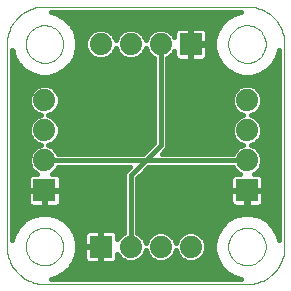
<source format=gbl>
G75*
G70*
%OFA0B0*%
%FSLAX24Y24*%
%IPPOS*%
%LPD*%
%AMOC8*
5,1,8,0,0,1.08239X$1,22.5*
%
%ADD10C,0.0000*%
%ADD11R,0.0740X0.0740*%
%ADD12C,0.0740*%
%ADD13C,0.0160*%
%ADD14R,0.0356X0.0356*%
D10*
X000680Y001930D02*
X000680Y008680D01*
X000682Y008748D01*
X000687Y008815D01*
X000696Y008882D01*
X000709Y008949D01*
X000726Y009014D01*
X000745Y009079D01*
X000769Y009143D01*
X000796Y009205D01*
X000826Y009266D01*
X000859Y009324D01*
X000895Y009381D01*
X000935Y009436D01*
X000977Y009489D01*
X001023Y009540D01*
X001070Y009587D01*
X001121Y009633D01*
X001174Y009675D01*
X001229Y009715D01*
X001286Y009751D01*
X001344Y009784D01*
X001405Y009814D01*
X001467Y009841D01*
X001531Y009865D01*
X001596Y009884D01*
X001661Y009901D01*
X001728Y009914D01*
X001795Y009923D01*
X001862Y009928D01*
X001930Y009930D01*
X008680Y009930D01*
X008748Y009928D01*
X008815Y009923D01*
X008882Y009914D01*
X008949Y009901D01*
X009014Y009884D01*
X009079Y009865D01*
X009143Y009841D01*
X009205Y009814D01*
X009266Y009784D01*
X009324Y009751D01*
X009381Y009715D01*
X009436Y009675D01*
X009489Y009633D01*
X009540Y009587D01*
X009587Y009540D01*
X009633Y009489D01*
X009675Y009436D01*
X009715Y009381D01*
X009751Y009324D01*
X009784Y009266D01*
X009814Y009205D01*
X009841Y009143D01*
X009865Y009079D01*
X009884Y009014D01*
X009901Y008949D01*
X009914Y008882D01*
X009923Y008815D01*
X009928Y008748D01*
X009930Y008680D01*
X009930Y001930D01*
X009928Y001862D01*
X009923Y001795D01*
X009914Y001728D01*
X009901Y001661D01*
X009884Y001596D01*
X009865Y001531D01*
X009841Y001467D01*
X009814Y001405D01*
X009784Y001344D01*
X009751Y001286D01*
X009715Y001229D01*
X009675Y001174D01*
X009633Y001121D01*
X009587Y001070D01*
X009540Y001023D01*
X009489Y000977D01*
X009436Y000935D01*
X009381Y000895D01*
X009324Y000859D01*
X009266Y000826D01*
X009205Y000796D01*
X009143Y000769D01*
X009079Y000745D01*
X009014Y000726D01*
X008949Y000709D01*
X008882Y000696D01*
X008815Y000687D01*
X008748Y000682D01*
X008680Y000680D01*
X001930Y000680D01*
X001862Y000682D01*
X001795Y000687D01*
X001728Y000696D01*
X001661Y000709D01*
X001596Y000726D01*
X001531Y000745D01*
X001467Y000769D01*
X001405Y000796D01*
X001344Y000826D01*
X001286Y000859D01*
X001229Y000895D01*
X001174Y000935D01*
X001121Y000977D01*
X001070Y001023D01*
X001023Y001070D01*
X000977Y001121D01*
X000935Y001174D01*
X000895Y001229D01*
X000859Y001286D01*
X000826Y001344D01*
X000796Y001405D01*
X000769Y001467D01*
X000745Y001531D01*
X000726Y001596D01*
X000709Y001661D01*
X000696Y001728D01*
X000687Y001795D01*
X000682Y001862D01*
X000680Y001930D01*
X001305Y001930D02*
X001307Y001980D01*
X001313Y002029D01*
X001323Y002078D01*
X001336Y002125D01*
X001354Y002172D01*
X001375Y002217D01*
X001399Y002260D01*
X001427Y002301D01*
X001458Y002340D01*
X001492Y002376D01*
X001529Y002410D01*
X001569Y002440D01*
X001610Y002467D01*
X001654Y002491D01*
X001699Y002511D01*
X001746Y002527D01*
X001794Y002540D01*
X001843Y002549D01*
X001893Y002554D01*
X001942Y002555D01*
X001992Y002552D01*
X002041Y002545D01*
X002090Y002534D01*
X002137Y002520D01*
X002183Y002501D01*
X002228Y002479D01*
X002271Y002454D01*
X002311Y002425D01*
X002349Y002393D01*
X002385Y002359D01*
X002418Y002321D01*
X002447Y002281D01*
X002473Y002239D01*
X002496Y002195D01*
X002515Y002149D01*
X002531Y002102D01*
X002543Y002053D01*
X002551Y002004D01*
X002555Y001955D01*
X002555Y001905D01*
X002551Y001856D01*
X002543Y001807D01*
X002531Y001758D01*
X002515Y001711D01*
X002496Y001665D01*
X002473Y001621D01*
X002447Y001579D01*
X002418Y001539D01*
X002385Y001501D01*
X002349Y001467D01*
X002311Y001435D01*
X002271Y001406D01*
X002228Y001381D01*
X002183Y001359D01*
X002137Y001340D01*
X002090Y001326D01*
X002041Y001315D01*
X001992Y001308D01*
X001942Y001305D01*
X001893Y001306D01*
X001843Y001311D01*
X001794Y001320D01*
X001746Y001333D01*
X001699Y001349D01*
X001654Y001369D01*
X001610Y001393D01*
X001569Y001420D01*
X001529Y001450D01*
X001492Y001484D01*
X001458Y001520D01*
X001427Y001559D01*
X001399Y001600D01*
X001375Y001643D01*
X001354Y001688D01*
X001336Y001735D01*
X001323Y001782D01*
X001313Y001831D01*
X001307Y001880D01*
X001305Y001930D01*
X001305Y008680D02*
X001307Y008730D01*
X001313Y008779D01*
X001323Y008828D01*
X001336Y008875D01*
X001354Y008922D01*
X001375Y008967D01*
X001399Y009010D01*
X001427Y009051D01*
X001458Y009090D01*
X001492Y009126D01*
X001529Y009160D01*
X001569Y009190D01*
X001610Y009217D01*
X001654Y009241D01*
X001699Y009261D01*
X001746Y009277D01*
X001794Y009290D01*
X001843Y009299D01*
X001893Y009304D01*
X001942Y009305D01*
X001992Y009302D01*
X002041Y009295D01*
X002090Y009284D01*
X002137Y009270D01*
X002183Y009251D01*
X002228Y009229D01*
X002271Y009204D01*
X002311Y009175D01*
X002349Y009143D01*
X002385Y009109D01*
X002418Y009071D01*
X002447Y009031D01*
X002473Y008989D01*
X002496Y008945D01*
X002515Y008899D01*
X002531Y008852D01*
X002543Y008803D01*
X002551Y008754D01*
X002555Y008705D01*
X002555Y008655D01*
X002551Y008606D01*
X002543Y008557D01*
X002531Y008508D01*
X002515Y008461D01*
X002496Y008415D01*
X002473Y008371D01*
X002447Y008329D01*
X002418Y008289D01*
X002385Y008251D01*
X002349Y008217D01*
X002311Y008185D01*
X002271Y008156D01*
X002228Y008131D01*
X002183Y008109D01*
X002137Y008090D01*
X002090Y008076D01*
X002041Y008065D01*
X001992Y008058D01*
X001942Y008055D01*
X001893Y008056D01*
X001843Y008061D01*
X001794Y008070D01*
X001746Y008083D01*
X001699Y008099D01*
X001654Y008119D01*
X001610Y008143D01*
X001569Y008170D01*
X001529Y008200D01*
X001492Y008234D01*
X001458Y008270D01*
X001427Y008309D01*
X001399Y008350D01*
X001375Y008393D01*
X001354Y008438D01*
X001336Y008485D01*
X001323Y008532D01*
X001313Y008581D01*
X001307Y008630D01*
X001305Y008680D01*
X008055Y008680D02*
X008057Y008730D01*
X008063Y008779D01*
X008073Y008828D01*
X008086Y008875D01*
X008104Y008922D01*
X008125Y008967D01*
X008149Y009010D01*
X008177Y009051D01*
X008208Y009090D01*
X008242Y009126D01*
X008279Y009160D01*
X008319Y009190D01*
X008360Y009217D01*
X008404Y009241D01*
X008449Y009261D01*
X008496Y009277D01*
X008544Y009290D01*
X008593Y009299D01*
X008643Y009304D01*
X008692Y009305D01*
X008742Y009302D01*
X008791Y009295D01*
X008840Y009284D01*
X008887Y009270D01*
X008933Y009251D01*
X008978Y009229D01*
X009021Y009204D01*
X009061Y009175D01*
X009099Y009143D01*
X009135Y009109D01*
X009168Y009071D01*
X009197Y009031D01*
X009223Y008989D01*
X009246Y008945D01*
X009265Y008899D01*
X009281Y008852D01*
X009293Y008803D01*
X009301Y008754D01*
X009305Y008705D01*
X009305Y008655D01*
X009301Y008606D01*
X009293Y008557D01*
X009281Y008508D01*
X009265Y008461D01*
X009246Y008415D01*
X009223Y008371D01*
X009197Y008329D01*
X009168Y008289D01*
X009135Y008251D01*
X009099Y008217D01*
X009061Y008185D01*
X009021Y008156D01*
X008978Y008131D01*
X008933Y008109D01*
X008887Y008090D01*
X008840Y008076D01*
X008791Y008065D01*
X008742Y008058D01*
X008692Y008055D01*
X008643Y008056D01*
X008593Y008061D01*
X008544Y008070D01*
X008496Y008083D01*
X008449Y008099D01*
X008404Y008119D01*
X008360Y008143D01*
X008319Y008170D01*
X008279Y008200D01*
X008242Y008234D01*
X008208Y008270D01*
X008177Y008309D01*
X008149Y008350D01*
X008125Y008393D01*
X008104Y008438D01*
X008086Y008485D01*
X008073Y008532D01*
X008063Y008581D01*
X008057Y008630D01*
X008055Y008680D01*
X008055Y001930D02*
X008057Y001980D01*
X008063Y002029D01*
X008073Y002078D01*
X008086Y002125D01*
X008104Y002172D01*
X008125Y002217D01*
X008149Y002260D01*
X008177Y002301D01*
X008208Y002340D01*
X008242Y002376D01*
X008279Y002410D01*
X008319Y002440D01*
X008360Y002467D01*
X008404Y002491D01*
X008449Y002511D01*
X008496Y002527D01*
X008544Y002540D01*
X008593Y002549D01*
X008643Y002554D01*
X008692Y002555D01*
X008742Y002552D01*
X008791Y002545D01*
X008840Y002534D01*
X008887Y002520D01*
X008933Y002501D01*
X008978Y002479D01*
X009021Y002454D01*
X009061Y002425D01*
X009099Y002393D01*
X009135Y002359D01*
X009168Y002321D01*
X009197Y002281D01*
X009223Y002239D01*
X009246Y002195D01*
X009265Y002149D01*
X009281Y002102D01*
X009293Y002053D01*
X009301Y002004D01*
X009305Y001955D01*
X009305Y001905D01*
X009301Y001856D01*
X009293Y001807D01*
X009281Y001758D01*
X009265Y001711D01*
X009246Y001665D01*
X009223Y001621D01*
X009197Y001579D01*
X009168Y001539D01*
X009135Y001501D01*
X009099Y001467D01*
X009061Y001435D01*
X009021Y001406D01*
X008978Y001381D01*
X008933Y001359D01*
X008887Y001340D01*
X008840Y001326D01*
X008791Y001315D01*
X008742Y001308D01*
X008692Y001305D01*
X008643Y001306D01*
X008593Y001311D01*
X008544Y001320D01*
X008496Y001333D01*
X008449Y001349D01*
X008404Y001369D01*
X008360Y001393D01*
X008319Y001420D01*
X008279Y001450D01*
X008242Y001484D01*
X008208Y001520D01*
X008177Y001559D01*
X008149Y001600D01*
X008125Y001643D01*
X008104Y001688D01*
X008086Y001735D01*
X008073Y001782D01*
X008063Y001831D01*
X008057Y001880D01*
X008055Y001930D01*
D11*
X008680Y003805D03*
X006805Y008680D03*
X001930Y003805D03*
X003805Y001930D03*
D12*
X004805Y001930D03*
X005805Y001930D03*
X006805Y001930D03*
X008680Y004805D03*
X008680Y005805D03*
X008680Y006805D03*
X005805Y008680D03*
X004805Y008680D03*
X003805Y008680D03*
X001930Y006805D03*
X001930Y005805D03*
X001930Y004805D03*
D13*
X005305Y004805D01*
X005805Y005305D01*
X005805Y008680D01*
X006134Y008288D02*
X006255Y008288D01*
X006255Y008286D02*
X006267Y008241D01*
X006291Y008199D01*
X006324Y008166D01*
X006366Y008142D01*
X006411Y008130D01*
X006785Y008130D01*
X006785Y008660D01*
X006825Y008660D01*
X006825Y008700D01*
X006785Y008700D01*
X006785Y009230D01*
X006411Y009230D01*
X006366Y009218D01*
X006324Y009194D01*
X006291Y009161D01*
X006267Y009119D01*
X006255Y009074D01*
X006255Y008926D01*
X006237Y008969D01*
X006094Y009112D01*
X005906Y009190D01*
X005704Y009190D01*
X005516Y009112D01*
X005373Y008969D01*
X005305Y008806D01*
X005237Y008969D01*
X005094Y009112D01*
X004906Y009190D01*
X004704Y009190D01*
X004516Y009112D01*
X004373Y008969D01*
X004305Y008806D01*
X004237Y008969D01*
X004094Y009112D01*
X003906Y009190D01*
X003704Y009190D01*
X003516Y009112D01*
X003373Y008969D01*
X003295Y008781D01*
X003295Y008579D01*
X003373Y008391D01*
X003516Y008248D01*
X003704Y008170D01*
X003906Y008170D01*
X004094Y008248D01*
X004237Y008391D01*
X004305Y008554D01*
X004373Y008391D01*
X004516Y008248D01*
X004704Y008170D01*
X004906Y008170D01*
X005094Y008248D01*
X005237Y008391D01*
X005305Y008554D01*
X005373Y008391D01*
X005516Y008248D01*
X005585Y008219D01*
X005585Y005396D01*
X005214Y005025D01*
X002391Y005025D01*
X002362Y005094D01*
X002219Y005237D01*
X002056Y005305D01*
X002219Y005373D01*
X002362Y005516D01*
X002440Y005704D01*
X002440Y005906D01*
X002362Y006094D01*
X002219Y006237D01*
X002056Y006305D01*
X002219Y006373D01*
X002362Y006516D01*
X002440Y006704D01*
X002440Y006906D01*
X002362Y007094D01*
X002219Y007237D01*
X002031Y007315D01*
X001829Y007315D01*
X001641Y007237D01*
X001498Y007094D01*
X001420Y006906D01*
X001420Y006704D01*
X001498Y006516D01*
X001641Y006373D01*
X001804Y006305D01*
X001641Y006237D01*
X001498Y006094D01*
X001420Y005906D01*
X001420Y005704D01*
X001498Y005516D01*
X001641Y005373D01*
X001804Y005305D01*
X001641Y005237D01*
X001498Y005094D01*
X001420Y004906D01*
X001420Y004704D01*
X001498Y004516D01*
X001641Y004373D01*
X001684Y004355D01*
X001536Y004355D01*
X001491Y004343D01*
X001449Y004319D01*
X001416Y004286D01*
X001392Y004244D01*
X001380Y004199D01*
X001380Y003825D01*
X001910Y003825D01*
X001910Y003785D01*
X001950Y003785D01*
X001950Y003825D01*
X002480Y003825D01*
X002480Y004199D01*
X002468Y004244D01*
X002444Y004286D01*
X002411Y004319D01*
X002369Y004343D01*
X002324Y004355D01*
X002176Y004355D01*
X002219Y004373D01*
X002362Y004516D01*
X002391Y004585D01*
X004774Y004585D01*
X004585Y004396D01*
X004585Y002391D01*
X004516Y002362D01*
X004373Y002219D01*
X004355Y002176D01*
X004355Y002324D01*
X004343Y002369D01*
X004319Y002411D01*
X004286Y002444D01*
X004244Y002468D01*
X004199Y002480D01*
X003825Y002480D01*
X003825Y001950D01*
X003785Y001950D01*
X003785Y002480D01*
X003411Y002480D01*
X003366Y002468D01*
X003324Y002444D01*
X003291Y002411D01*
X003267Y002369D01*
X003255Y002324D01*
X003255Y001950D01*
X003785Y001950D01*
X003785Y001910D01*
X003825Y001910D01*
X003825Y001380D01*
X004199Y001380D01*
X004244Y001392D01*
X004286Y001416D01*
X004319Y001449D01*
X004343Y001491D01*
X004355Y001536D01*
X004355Y001684D01*
X004373Y001641D01*
X004516Y001498D01*
X004704Y001420D01*
X004906Y001420D01*
X005094Y001498D01*
X005237Y001641D01*
X005305Y001804D01*
X005373Y001641D01*
X005516Y001498D01*
X005704Y001420D01*
X005906Y001420D01*
X006094Y001498D01*
X006237Y001641D01*
X006305Y001804D01*
X006373Y001641D01*
X006516Y001498D01*
X006704Y001420D01*
X006906Y001420D01*
X007094Y001498D01*
X007237Y001641D01*
X007315Y001829D01*
X007315Y002031D01*
X007237Y002219D01*
X007094Y002362D01*
X006906Y002440D01*
X006704Y002440D01*
X006516Y002362D01*
X006373Y002219D01*
X006305Y002056D01*
X006237Y002219D01*
X006094Y002362D01*
X005906Y002440D01*
X005704Y002440D01*
X005516Y002362D01*
X005373Y002219D01*
X005305Y002056D01*
X005237Y002219D01*
X005094Y002362D01*
X005025Y002391D01*
X005025Y004214D01*
X005209Y004398D01*
X005396Y004585D01*
X008219Y004585D01*
X008248Y004516D01*
X008391Y004373D01*
X008434Y004355D01*
X008286Y004355D01*
X008241Y004343D01*
X008199Y004319D01*
X008166Y004286D01*
X008142Y004244D01*
X008130Y004199D01*
X008130Y003825D01*
X008660Y003825D01*
X008660Y003785D01*
X008700Y003785D01*
X008700Y003825D01*
X009230Y003825D01*
X009230Y004199D01*
X009218Y004244D01*
X009194Y004286D01*
X009161Y004319D01*
X009119Y004343D01*
X009074Y004355D01*
X008926Y004355D01*
X008969Y004373D01*
X009112Y004516D01*
X009190Y004704D01*
X009190Y004906D01*
X009112Y005094D01*
X008969Y005237D01*
X008806Y005305D01*
X008969Y005373D01*
X009112Y005516D01*
X009190Y005704D01*
X009190Y005906D01*
X009112Y006094D01*
X008969Y006237D01*
X008806Y006305D01*
X008969Y006373D01*
X009112Y006516D01*
X009190Y006704D01*
X009190Y006906D01*
X009112Y007094D01*
X008969Y007237D01*
X008781Y007315D01*
X008579Y007315D01*
X008391Y007237D01*
X008248Y007094D01*
X008170Y006906D01*
X008170Y006704D01*
X008248Y006516D01*
X008391Y006373D01*
X008554Y006305D01*
X008391Y006237D01*
X008248Y006094D01*
X008170Y005906D01*
X008170Y005704D01*
X008248Y005516D01*
X008391Y005373D01*
X008554Y005305D01*
X008391Y005237D01*
X008248Y005094D01*
X008219Y005025D01*
X005836Y005025D01*
X006025Y005214D01*
X006025Y008219D01*
X006094Y008248D01*
X006237Y008391D01*
X006255Y008434D01*
X006255Y008286D01*
X006025Y008130D02*
X007742Y008130D01*
X007810Y008012D02*
X007666Y008260D01*
X007592Y008537D01*
X007592Y008823D01*
X007666Y009100D01*
X007810Y009348D01*
X008012Y009550D01*
X008260Y009694D01*
X008470Y009750D01*
X002140Y009750D01*
X002350Y009694D01*
X002598Y009550D01*
X002800Y009348D01*
X002944Y009100D01*
X003018Y008823D01*
X003018Y008537D01*
X002944Y008260D01*
X002800Y008012D01*
X002598Y007810D01*
X002350Y007666D01*
X002073Y007592D01*
X001787Y007592D01*
X001510Y007666D01*
X001262Y007810D01*
X001060Y008012D01*
X000916Y008260D01*
X000860Y008470D01*
X000860Y002140D01*
X000916Y002350D01*
X001060Y002598D01*
X001262Y002800D01*
X001510Y002944D01*
X001787Y003018D01*
X002073Y003018D01*
X002350Y002944D01*
X002598Y002800D01*
X002800Y002598D01*
X002944Y002350D01*
X003018Y002073D01*
X003018Y001787D01*
X002944Y001510D01*
X002800Y001262D01*
X002598Y001060D01*
X002350Y000916D01*
X002140Y000860D01*
X008470Y000860D01*
X008260Y000916D01*
X008012Y001060D01*
X007810Y001262D01*
X007666Y001510D01*
X007592Y001787D01*
X007592Y002073D01*
X007666Y002350D01*
X007810Y002598D01*
X008012Y002800D01*
X008260Y002944D01*
X008537Y003018D01*
X008823Y003018D01*
X009100Y002944D01*
X009348Y002800D01*
X009550Y002598D01*
X009694Y002350D01*
X009750Y002140D01*
X009750Y008470D01*
X009694Y008260D01*
X009550Y008012D01*
X009348Y007810D01*
X009100Y007666D01*
X008823Y007592D01*
X008537Y007592D01*
X008260Y007666D01*
X008012Y007810D01*
X007810Y008012D01*
X007851Y007971D02*
X006025Y007971D01*
X006025Y007813D02*
X008009Y007813D01*
X008306Y007654D02*
X006025Y007654D01*
X006025Y007496D02*
X009750Y007496D01*
X009750Y007337D02*
X006025Y007337D01*
X006025Y007179D02*
X008332Y007179D01*
X008217Y007020D02*
X006025Y007020D01*
X006025Y006862D02*
X008170Y006862D01*
X008170Y006703D02*
X006025Y006703D01*
X006025Y006545D02*
X008236Y006545D01*
X008378Y006386D02*
X006025Y006386D01*
X006025Y006228D02*
X008381Y006228D01*
X008237Y006069D02*
X006025Y006069D01*
X006025Y005911D02*
X008172Y005911D01*
X008170Y005752D02*
X006025Y005752D01*
X006025Y005594D02*
X008216Y005594D01*
X008329Y005435D02*
X006025Y005435D01*
X006025Y005277D02*
X008486Y005277D01*
X008272Y005118D02*
X005929Y005118D01*
X005585Y005435D02*
X002281Y005435D01*
X002394Y005594D02*
X005585Y005594D01*
X005585Y005752D02*
X002440Y005752D01*
X002438Y005911D02*
X005585Y005911D01*
X005585Y006069D02*
X002373Y006069D01*
X002229Y006228D02*
X005585Y006228D01*
X005585Y006386D02*
X002232Y006386D01*
X002374Y006545D02*
X005585Y006545D01*
X005585Y006703D02*
X002440Y006703D01*
X002440Y006862D02*
X005585Y006862D01*
X005585Y007020D02*
X002393Y007020D01*
X002278Y007179D02*
X005585Y007179D01*
X005585Y007337D02*
X000860Y007337D01*
X000860Y007496D02*
X005585Y007496D01*
X005585Y007654D02*
X002304Y007654D01*
X002601Y007813D02*
X005585Y007813D01*
X005585Y007971D02*
X002759Y007971D01*
X002868Y008130D02*
X005585Y008130D01*
X005476Y008288D02*
X005134Y008288D01*
X005260Y008447D02*
X005350Y008447D01*
X005353Y008922D02*
X005257Y008922D01*
X005126Y009081D02*
X005484Y009081D01*
X006126Y009081D02*
X006257Y009081D01*
X006785Y009081D02*
X006825Y009081D01*
X006825Y009230D02*
X006825Y008700D01*
X007355Y008700D01*
X007355Y009074D01*
X007343Y009119D01*
X007319Y009161D01*
X007286Y009194D01*
X007244Y009218D01*
X007199Y009230D01*
X006825Y009230D01*
X006825Y008922D02*
X006785Y008922D01*
X006785Y008764D02*
X006825Y008764D01*
X006825Y008660D02*
X007355Y008660D01*
X007355Y008286D01*
X007343Y008241D01*
X007319Y008199D01*
X007286Y008166D01*
X007244Y008142D01*
X007199Y008130D01*
X006825Y008130D01*
X006825Y008660D01*
X006825Y008605D02*
X006785Y008605D01*
X006785Y008447D02*
X006825Y008447D01*
X006825Y008288D02*
X006785Y008288D01*
X007355Y008288D02*
X007659Y008288D01*
X007616Y008447D02*
X007355Y008447D01*
X007355Y008605D02*
X007592Y008605D01*
X007592Y008764D02*
X007355Y008764D01*
X007355Y008922D02*
X007619Y008922D01*
X007661Y009081D02*
X007353Y009081D01*
X007747Y009239D02*
X002863Y009239D01*
X002751Y009398D02*
X007859Y009398D01*
X008022Y009556D02*
X002588Y009556D01*
X002272Y009715D02*
X008338Y009715D01*
X009744Y008447D02*
X009750Y008447D01*
X009750Y008288D02*
X009701Y008288D01*
X009750Y008130D02*
X009618Y008130D01*
X009509Y007971D02*
X009750Y007971D01*
X009750Y007813D02*
X009351Y007813D01*
X009054Y007654D02*
X009750Y007654D01*
X009750Y007179D02*
X009028Y007179D01*
X009143Y007020D02*
X009750Y007020D01*
X009750Y006862D02*
X009190Y006862D01*
X009190Y006703D02*
X009750Y006703D01*
X009750Y006545D02*
X009124Y006545D01*
X008982Y006386D02*
X009750Y006386D01*
X009750Y006228D02*
X008979Y006228D01*
X009123Y006069D02*
X009750Y006069D01*
X009750Y005911D02*
X009188Y005911D01*
X009190Y005752D02*
X009750Y005752D01*
X009750Y005594D02*
X009144Y005594D01*
X009031Y005435D02*
X009750Y005435D01*
X009750Y005277D02*
X008874Y005277D01*
X009088Y005118D02*
X009750Y005118D01*
X009750Y004960D02*
X009168Y004960D01*
X009190Y004801D02*
X009750Y004801D01*
X009750Y004643D02*
X009165Y004643D01*
X009080Y004484D02*
X009750Y004484D01*
X009750Y004326D02*
X009149Y004326D01*
X009230Y004167D02*
X009750Y004167D01*
X009750Y004009D02*
X009230Y004009D01*
X009230Y003850D02*
X009750Y003850D01*
X009750Y003692D02*
X009230Y003692D01*
X009230Y003785D02*
X008700Y003785D01*
X008700Y003255D01*
X009074Y003255D01*
X009119Y003267D01*
X009161Y003291D01*
X009194Y003324D01*
X009218Y003366D01*
X009230Y003411D01*
X009230Y003785D01*
X009230Y003533D02*
X009750Y003533D01*
X009750Y003375D02*
X009220Y003375D01*
X009177Y002899D02*
X009750Y002899D01*
X009750Y003058D02*
X005025Y003058D01*
X005025Y002899D02*
X008183Y002899D01*
X007952Y002741D02*
X005025Y002741D01*
X005025Y002582D02*
X007800Y002582D01*
X007709Y002424D02*
X006946Y002424D01*
X007191Y002265D02*
X007644Y002265D01*
X007601Y002107D02*
X007284Y002107D01*
X007315Y001948D02*
X007592Y001948D01*
X007592Y001790D02*
X007299Y001790D01*
X007227Y001631D02*
X007634Y001631D01*
X007688Y001473D02*
X007033Y001473D01*
X006577Y001473D02*
X006033Y001473D01*
X006227Y001631D02*
X006383Y001631D01*
X006311Y001790D02*
X006299Y001790D01*
X006284Y002107D02*
X006326Y002107D01*
X006419Y002265D02*
X006191Y002265D01*
X005946Y002424D02*
X006664Y002424D01*
X005664Y002424D02*
X005025Y002424D01*
X005191Y002265D02*
X005419Y002265D01*
X005326Y002107D02*
X005284Y002107D01*
X005299Y001790D02*
X005311Y001790D01*
X005383Y001631D02*
X005227Y001631D01*
X005033Y001473D02*
X005577Y001473D01*
X004805Y001930D02*
X004805Y004305D01*
X005118Y004618D01*
X005305Y004805D01*
X008680Y004805D01*
X008280Y004484D02*
X005295Y004484D01*
X005137Y004326D02*
X008211Y004326D01*
X008130Y004167D02*
X005025Y004167D01*
X005025Y004009D02*
X008130Y004009D01*
X008130Y003850D02*
X005025Y003850D01*
X005025Y003692D02*
X008130Y003692D01*
X008130Y003785D02*
X008130Y003411D01*
X008142Y003366D01*
X008166Y003324D01*
X008199Y003291D01*
X008241Y003267D01*
X008286Y003255D01*
X008660Y003255D01*
X008660Y003785D01*
X008130Y003785D01*
X008130Y003533D02*
X005025Y003533D01*
X005025Y003375D02*
X008140Y003375D01*
X008660Y003375D02*
X008700Y003375D01*
X008700Y003533D02*
X008660Y003533D01*
X008660Y003692D02*
X008700Y003692D01*
X009408Y002741D02*
X009750Y002741D01*
X009750Y002582D02*
X009560Y002582D01*
X009651Y002424D02*
X009750Y002424D01*
X009750Y002265D02*
X009716Y002265D01*
X009750Y003216D02*
X005025Y003216D01*
X004585Y003216D02*
X000860Y003216D01*
X000860Y003375D02*
X001390Y003375D01*
X001392Y003366D02*
X001416Y003324D01*
X001449Y003291D01*
X001491Y003267D01*
X001536Y003255D01*
X001910Y003255D01*
X001910Y003785D01*
X001380Y003785D01*
X001380Y003411D01*
X001392Y003366D01*
X001380Y003533D02*
X000860Y003533D01*
X000860Y003692D02*
X001380Y003692D01*
X001380Y003850D02*
X000860Y003850D01*
X000860Y004009D02*
X001380Y004009D01*
X001380Y004167D02*
X000860Y004167D01*
X000860Y004326D02*
X001461Y004326D01*
X001530Y004484D02*
X000860Y004484D01*
X000860Y004643D02*
X001445Y004643D01*
X001420Y004801D02*
X000860Y004801D01*
X000860Y004960D02*
X001442Y004960D01*
X001522Y005118D02*
X000860Y005118D01*
X000860Y005277D02*
X001736Y005277D01*
X001579Y005435D02*
X000860Y005435D01*
X000860Y005594D02*
X001466Y005594D01*
X001420Y005752D02*
X000860Y005752D01*
X000860Y005911D02*
X001422Y005911D01*
X001487Y006069D02*
X000860Y006069D01*
X000860Y006228D02*
X001631Y006228D01*
X001628Y006386D02*
X000860Y006386D01*
X000860Y006545D02*
X001486Y006545D01*
X001420Y006703D02*
X000860Y006703D01*
X000860Y006862D02*
X001420Y006862D01*
X001467Y007020D02*
X000860Y007020D01*
X000860Y007179D02*
X001582Y007179D01*
X001556Y007654D02*
X000860Y007654D01*
X000860Y007813D02*
X001259Y007813D01*
X001101Y007971D02*
X000860Y007971D01*
X000860Y008130D02*
X000992Y008130D01*
X000909Y008288D02*
X000860Y008288D01*
X000860Y008447D02*
X000866Y008447D01*
X002951Y008288D02*
X003476Y008288D01*
X003350Y008447D02*
X002994Y008447D01*
X003018Y008605D02*
X003295Y008605D01*
X003295Y008764D02*
X003018Y008764D01*
X002991Y008922D02*
X003353Y008922D01*
X003484Y009081D02*
X002949Y009081D01*
X004126Y009081D02*
X004484Y009081D01*
X004353Y008922D02*
X004257Y008922D01*
X004260Y008447D02*
X004350Y008447D01*
X004476Y008288D02*
X004134Y008288D01*
X005465Y005277D02*
X002124Y005277D01*
X002338Y005118D02*
X005307Y005118D01*
X004673Y004484D02*
X002330Y004484D01*
X002399Y004326D02*
X004585Y004326D01*
X004585Y004167D02*
X002480Y004167D01*
X002480Y004009D02*
X004585Y004009D01*
X004585Y003850D02*
X002480Y003850D01*
X002480Y003785D02*
X001950Y003785D01*
X001950Y003255D01*
X002324Y003255D01*
X002369Y003267D01*
X002411Y003291D01*
X002444Y003324D01*
X002468Y003366D01*
X002480Y003411D01*
X002480Y003785D01*
X002480Y003692D02*
X004585Y003692D01*
X004585Y003533D02*
X002480Y003533D01*
X002470Y003375D02*
X004585Y003375D01*
X004585Y003058D02*
X000860Y003058D01*
X000860Y002899D02*
X001433Y002899D01*
X001202Y002741D02*
X000860Y002741D01*
X000860Y002582D02*
X001050Y002582D01*
X000959Y002424D02*
X000860Y002424D01*
X000860Y002265D02*
X000894Y002265D01*
X001910Y003375D02*
X001950Y003375D01*
X001950Y003533D02*
X001910Y003533D01*
X001910Y003692D02*
X001950Y003692D01*
X002427Y002899D02*
X004585Y002899D01*
X004585Y002741D02*
X002658Y002741D01*
X002810Y002582D02*
X004585Y002582D01*
X004585Y002424D02*
X004306Y002424D01*
X004355Y002265D02*
X004419Y002265D01*
X003825Y002265D02*
X003785Y002265D01*
X003785Y002424D02*
X003825Y002424D01*
X003825Y002107D02*
X003785Y002107D01*
X003785Y001948D02*
X003018Y001948D01*
X003009Y002107D02*
X003255Y002107D01*
X003255Y001910D02*
X003255Y001536D01*
X003267Y001491D01*
X003291Y001449D01*
X003324Y001416D01*
X003366Y001392D01*
X003411Y001380D01*
X003785Y001380D01*
X003785Y001910D01*
X003255Y001910D01*
X003255Y001790D02*
X003018Y001790D01*
X002976Y001631D02*
X003255Y001631D01*
X003278Y001473D02*
X002922Y001473D01*
X002830Y001314D02*
X007780Y001314D01*
X007916Y001156D02*
X002694Y001156D01*
X002490Y000997D02*
X008120Y000997D01*
X004577Y001473D02*
X004332Y001473D01*
X004355Y001631D02*
X004383Y001631D01*
X003825Y001631D02*
X003785Y001631D01*
X003785Y001790D02*
X003825Y001790D01*
X003825Y001473D02*
X003785Y001473D01*
X003255Y002265D02*
X002966Y002265D01*
X002901Y002424D02*
X003304Y002424D01*
D14*
X004055Y004055D03*
X006680Y004055D03*
X006680Y006680D03*
X003930Y006680D03*
M02*

</source>
